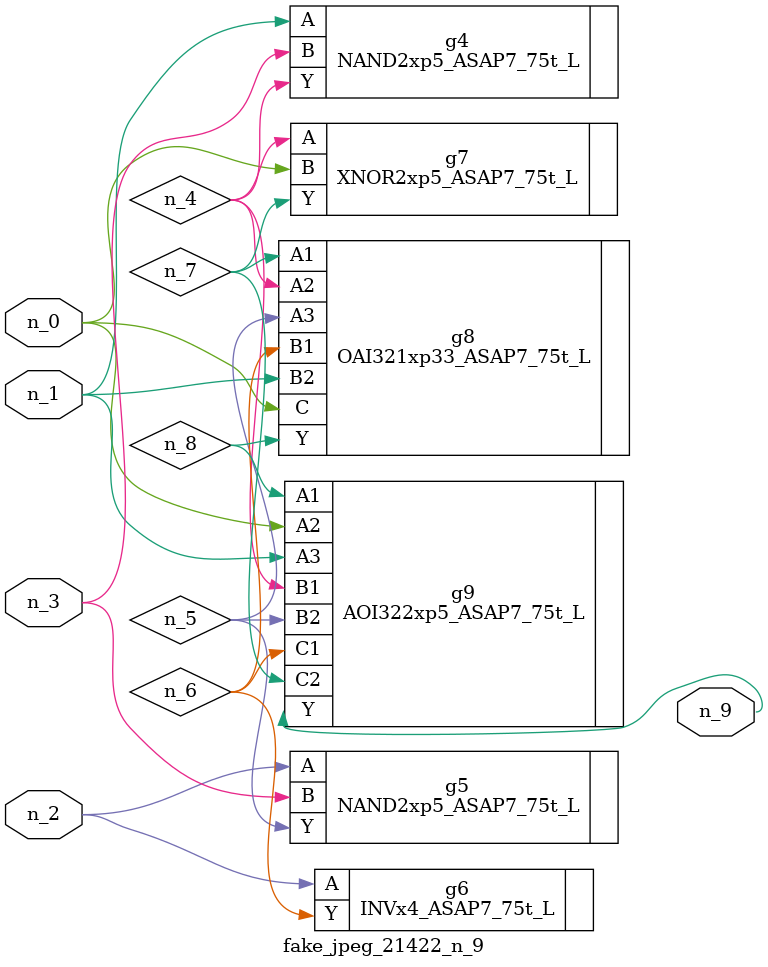
<source format=v>
module fake_jpeg_21422_n_9 (n_0, n_3, n_2, n_1, n_9);

input n_0;
input n_3;
input n_2;
input n_1;

output n_9;

wire n_4;
wire n_8;
wire n_6;
wire n_5;
wire n_7;

NAND2xp5_ASAP7_75t_L g4 ( 
.A(n_1),
.B(n_3),
.Y(n_4)
);

NAND2xp5_ASAP7_75t_L g5 ( 
.A(n_2),
.B(n_3),
.Y(n_5)
);

INVx4_ASAP7_75t_L g6 ( 
.A(n_2),
.Y(n_6)
);

XNOR2xp5_ASAP7_75t_L g7 ( 
.A(n_4),
.B(n_0),
.Y(n_7)
);

OAI321xp33_ASAP7_75t_L g8 ( 
.A1(n_7),
.A2(n_4),
.A3(n_5),
.B1(n_6),
.B2(n_1),
.C(n_0),
.Y(n_8)
);

AOI322xp5_ASAP7_75t_L g9 ( 
.A1(n_8),
.A2(n_0),
.A3(n_1),
.B1(n_4),
.B2(n_5),
.C1(n_6),
.C2(n_7),
.Y(n_9)
);


endmodule
</source>
